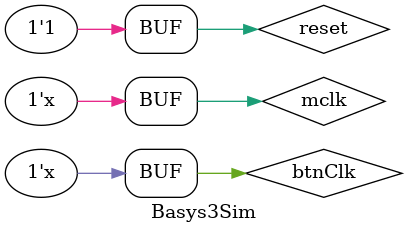
<source format=v>
`timescale 1ns / 1ps

module Basys3Sim();
    reg [1:0] switch;
    reg mclk;
    reg btnClk;
    reg reset;
    wire [7:0] display;
    wire [3:0] an;

    Basys3 basys3(
        .switch(switch),
        .mclk(mclk),
        .btnClk(btnClk),
        .reset(reset),
        .display(display),
        .an(an)
    );

    initial begin
        mclk = 0;
        reset = 0;
        #15
        reset = 1;

        btnClk = 0;
        btnClk = 1;
        #1
        btnClk = 0;
    end

    always begin
        #1
        mclk = ~mclk;
        btnClk = ~btnClk;
    end
endmodule

</source>
